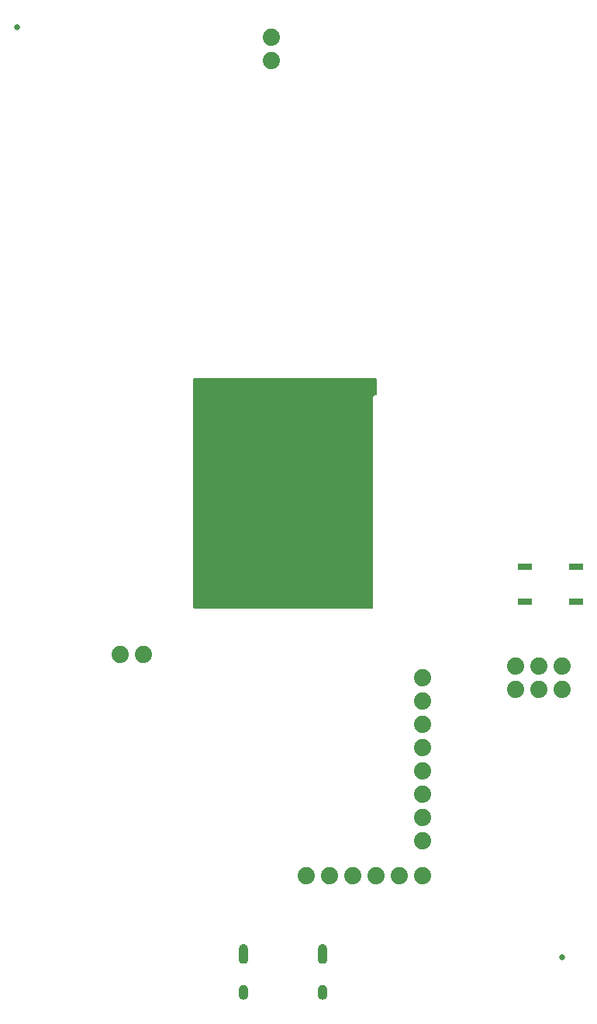
<source format=gbl>
G04 EAGLE Gerber RS-274X export*
G75*
%MOMM*%
%FSLAX34Y34*%
%LPD*%
%INBottom Copper*%
%IPPOS*%
%AMOC8*
5,1,8,0,0,1.08239X$1,22.5*%
G01*
%ADD10C,0.635000*%
%ADD11C,0.704800*%
%ADD12C,1.879600*%
%ADD13R,1.524000X0.762000*%

G36*
X453156Y431042D02*
X453156Y431042D01*
X453175Y431040D01*
X453277Y431062D01*
X453379Y431079D01*
X453396Y431088D01*
X453416Y431092D01*
X453505Y431145D01*
X453596Y431194D01*
X453610Y431208D01*
X453627Y431218D01*
X453694Y431297D01*
X453766Y431372D01*
X453774Y431390D01*
X453787Y431405D01*
X453826Y431501D01*
X453869Y431595D01*
X453871Y431615D01*
X453879Y431633D01*
X453897Y431800D01*
X453897Y661768D01*
X455832Y663703D01*
X457200Y663703D01*
X457220Y663706D01*
X457239Y663704D01*
X457341Y663726D01*
X457443Y663742D01*
X457460Y663752D01*
X457480Y663756D01*
X457569Y663809D01*
X457660Y663858D01*
X457674Y663872D01*
X457691Y663882D01*
X457758Y663961D01*
X457830Y664036D01*
X457838Y664054D01*
X457851Y664069D01*
X457890Y664165D01*
X457933Y664259D01*
X457935Y664279D01*
X457943Y664297D01*
X457961Y664464D01*
X457961Y681300D01*
X457958Y681320D01*
X457960Y681339D01*
X457938Y681441D01*
X457922Y681543D01*
X457912Y681560D01*
X457908Y681580D01*
X457855Y681669D01*
X457806Y681760D01*
X457792Y681774D01*
X457782Y681791D01*
X457703Y681858D01*
X457628Y681930D01*
X457610Y681938D01*
X457595Y681951D01*
X457499Y681990D01*
X457405Y682033D01*
X457385Y682035D01*
X457367Y682043D01*
X457200Y682061D01*
X258500Y682061D01*
X258480Y682058D01*
X258461Y682060D01*
X258359Y682038D01*
X258257Y682022D01*
X258240Y682012D01*
X258220Y682008D01*
X258131Y681955D01*
X258040Y681906D01*
X258026Y681892D01*
X258009Y681882D01*
X257942Y681803D01*
X257871Y681728D01*
X257862Y681710D01*
X257849Y681695D01*
X257810Y681599D01*
X257767Y681505D01*
X257765Y681485D01*
X257757Y681467D01*
X257739Y681300D01*
X257739Y431800D01*
X257742Y431780D01*
X257740Y431761D01*
X257762Y431659D01*
X257779Y431557D01*
X257788Y431540D01*
X257792Y431520D01*
X257845Y431431D01*
X257894Y431340D01*
X257908Y431326D01*
X257918Y431309D01*
X257997Y431242D01*
X258072Y431171D01*
X258090Y431162D01*
X258105Y431149D01*
X258201Y431110D01*
X258295Y431067D01*
X258315Y431065D01*
X258333Y431057D01*
X258500Y431039D01*
X453136Y431039D01*
X453156Y431042D01*
G37*
G36*
X399898Y43926D02*
X399898Y43926D01*
X399904Y43932D01*
X399909Y43929D01*
X400966Y44299D01*
X400970Y44306D01*
X400976Y44303D01*
X401924Y44899D01*
X401927Y44907D01*
X401932Y44906D01*
X402724Y45698D01*
X402725Y45706D01*
X402731Y45706D01*
X403327Y46654D01*
X403326Y46663D01*
X403331Y46664D01*
X403701Y47721D01*
X403700Y47725D01*
X403702Y47727D01*
X403700Y47730D01*
X403704Y47732D01*
X403829Y48845D01*
X403827Y48848D01*
X403829Y48850D01*
X403829Y59850D01*
X403827Y59853D01*
X403829Y59856D01*
X403704Y60968D01*
X403698Y60974D01*
X403701Y60979D01*
X403331Y62036D01*
X403325Y62040D01*
X403327Y62046D01*
X402731Y62994D01*
X402723Y62997D01*
X402724Y63002D01*
X401932Y63794D01*
X401924Y63795D01*
X401924Y63801D01*
X400976Y64397D01*
X400967Y64396D01*
X400966Y64401D01*
X399909Y64771D01*
X399901Y64769D01*
X399898Y64774D01*
X398786Y64899D01*
X398778Y64895D01*
X398775Y64899D01*
X397662Y64774D01*
X397656Y64768D01*
X397651Y64771D01*
X396594Y64401D01*
X396590Y64395D01*
X396584Y64397D01*
X395636Y63801D01*
X395633Y63793D01*
X395628Y63794D01*
X394836Y63002D01*
X394835Y62994D01*
X394829Y62994D01*
X394233Y62046D01*
X394234Y62039D01*
X394230Y62037D01*
X394230Y62036D01*
X394229Y62036D01*
X393859Y60979D01*
X393861Y60971D01*
X393856Y60968D01*
X393731Y59856D01*
X393733Y59852D01*
X393731Y59850D01*
X393731Y48850D01*
X393733Y48847D01*
X393731Y48845D01*
X393856Y47732D01*
X393862Y47726D01*
X393859Y47721D01*
X394229Y46664D01*
X394236Y46660D01*
X394233Y46654D01*
X394829Y45706D01*
X394837Y45703D01*
X394836Y45698D01*
X395628Y44906D01*
X395636Y44905D01*
X395636Y44899D01*
X396584Y44303D01*
X396593Y44304D01*
X396594Y44299D01*
X397651Y43929D01*
X397659Y43931D01*
X397662Y43926D01*
X398775Y43801D01*
X398782Y43805D01*
X398786Y43801D01*
X399898Y43926D01*
G37*
G36*
X313538Y43926D02*
X313538Y43926D01*
X313544Y43932D01*
X313549Y43929D01*
X314606Y44299D01*
X314610Y44306D01*
X314616Y44303D01*
X315564Y44899D01*
X315567Y44907D01*
X315572Y44906D01*
X316364Y45698D01*
X316365Y45706D01*
X316371Y45706D01*
X316967Y46654D01*
X316966Y46663D01*
X316971Y46664D01*
X317341Y47721D01*
X317340Y47725D01*
X317342Y47727D01*
X317340Y47730D01*
X317344Y47732D01*
X317469Y48845D01*
X317467Y48848D01*
X317469Y48850D01*
X317469Y59850D01*
X317467Y59853D01*
X317469Y59856D01*
X317344Y60968D01*
X317338Y60974D01*
X317341Y60979D01*
X316971Y62036D01*
X316965Y62040D01*
X316967Y62046D01*
X316371Y62994D01*
X316363Y62997D01*
X316364Y63002D01*
X315572Y63794D01*
X315564Y63795D01*
X315564Y63801D01*
X314616Y64397D01*
X314607Y64396D01*
X314606Y64401D01*
X313549Y64771D01*
X313541Y64769D01*
X313538Y64774D01*
X312426Y64899D01*
X312418Y64895D01*
X312415Y64899D01*
X311302Y64774D01*
X311296Y64768D01*
X311291Y64771D01*
X310234Y64401D01*
X310230Y64395D01*
X310224Y64397D01*
X309276Y63801D01*
X309273Y63793D01*
X309268Y63794D01*
X308476Y63002D01*
X308475Y62994D01*
X308469Y62994D01*
X307873Y62046D01*
X307874Y62039D01*
X307870Y62037D01*
X307870Y62036D01*
X307869Y62036D01*
X307499Y60979D01*
X307501Y60971D01*
X307496Y60968D01*
X307371Y59856D01*
X307373Y59852D01*
X307371Y59850D01*
X307371Y48850D01*
X307373Y48847D01*
X307371Y48845D01*
X307496Y47732D01*
X307502Y47726D01*
X307499Y47721D01*
X307869Y46664D01*
X307876Y46660D01*
X307873Y46654D01*
X308469Y45706D01*
X308477Y45703D01*
X308476Y45698D01*
X309268Y44906D01*
X309276Y44905D01*
X309276Y44899D01*
X310224Y44303D01*
X310233Y44304D01*
X310234Y44299D01*
X311291Y43929D01*
X311299Y43931D01*
X311302Y43926D01*
X312415Y43801D01*
X312422Y43805D01*
X312426Y43801D01*
X313538Y43926D01*
G37*
G36*
X313538Y4626D02*
X313538Y4626D01*
X313544Y4632D01*
X313549Y4629D01*
X314606Y4999D01*
X314610Y5006D01*
X314616Y5003D01*
X315564Y5599D01*
X315567Y5607D01*
X315572Y5606D01*
X316364Y6398D01*
X316365Y6406D01*
X316371Y6406D01*
X316967Y7354D01*
X316966Y7363D01*
X316971Y7364D01*
X317341Y8421D01*
X317340Y8425D01*
X317342Y8427D01*
X317340Y8430D01*
X317344Y8432D01*
X317469Y9545D01*
X317467Y9548D01*
X317469Y9550D01*
X317469Y15550D01*
X317467Y15553D01*
X317469Y15556D01*
X317344Y16668D01*
X317338Y16674D01*
X317341Y16679D01*
X316971Y17736D01*
X316965Y17740D01*
X316967Y17746D01*
X316371Y18694D01*
X316363Y18697D01*
X316364Y18702D01*
X315572Y19494D01*
X315564Y19495D01*
X315564Y19501D01*
X314616Y20097D01*
X314607Y20096D01*
X314606Y20101D01*
X313549Y20471D01*
X313541Y20469D01*
X313538Y20474D01*
X312426Y20599D01*
X312418Y20595D01*
X312415Y20599D01*
X311302Y20474D01*
X311296Y20468D01*
X311291Y20471D01*
X310234Y20101D01*
X310230Y20095D01*
X310224Y20097D01*
X309276Y19501D01*
X309273Y19493D01*
X309268Y19494D01*
X308476Y18702D01*
X308475Y18694D01*
X308469Y18694D01*
X307873Y17746D01*
X307874Y17737D01*
X307869Y17736D01*
X307499Y16679D01*
X307501Y16671D01*
X307496Y16668D01*
X307371Y15556D01*
X307373Y15552D01*
X307371Y15550D01*
X307371Y9550D01*
X307373Y9547D01*
X307371Y9545D01*
X307496Y8432D01*
X307502Y8426D01*
X307499Y8421D01*
X307869Y7364D01*
X307876Y7360D01*
X307873Y7354D01*
X308469Y6406D01*
X308477Y6403D01*
X308476Y6398D01*
X309268Y5606D01*
X309276Y5605D01*
X309276Y5599D01*
X310224Y5003D01*
X310233Y5004D01*
X310234Y4999D01*
X311291Y4629D01*
X311299Y4631D01*
X311302Y4626D01*
X312415Y4501D01*
X312422Y4505D01*
X312426Y4501D01*
X313538Y4626D01*
G37*
G36*
X399898Y4626D02*
X399898Y4626D01*
X399904Y4632D01*
X399909Y4629D01*
X400966Y4999D01*
X400970Y5006D01*
X400976Y5003D01*
X401924Y5599D01*
X401927Y5607D01*
X401932Y5606D01*
X402724Y6398D01*
X402725Y6406D01*
X402731Y6406D01*
X403327Y7354D01*
X403326Y7363D01*
X403331Y7364D01*
X403701Y8421D01*
X403700Y8425D01*
X403702Y8427D01*
X403700Y8430D01*
X403704Y8432D01*
X403829Y9545D01*
X403827Y9548D01*
X403829Y9550D01*
X403829Y15550D01*
X403827Y15553D01*
X403829Y15556D01*
X403704Y16668D01*
X403698Y16674D01*
X403701Y16679D01*
X403331Y17736D01*
X403325Y17740D01*
X403327Y17746D01*
X402731Y18694D01*
X402723Y18697D01*
X402724Y18702D01*
X401932Y19494D01*
X401924Y19495D01*
X401924Y19501D01*
X400976Y20097D01*
X400967Y20096D01*
X400966Y20101D01*
X399909Y20471D01*
X399901Y20469D01*
X399898Y20474D01*
X398786Y20599D01*
X398778Y20595D01*
X398775Y20599D01*
X397662Y20474D01*
X397656Y20468D01*
X397651Y20471D01*
X396594Y20101D01*
X396590Y20095D01*
X396584Y20097D01*
X395636Y19501D01*
X395633Y19493D01*
X395628Y19494D01*
X394836Y18702D01*
X394835Y18694D01*
X394829Y18694D01*
X394233Y17746D01*
X394234Y17737D01*
X394229Y17736D01*
X393859Y16679D01*
X393861Y16671D01*
X393856Y16668D01*
X393731Y15556D01*
X393733Y15552D01*
X393731Y15550D01*
X393731Y9550D01*
X393733Y9547D01*
X393731Y9545D01*
X393856Y8432D01*
X393862Y8426D01*
X393859Y8421D01*
X394229Y7364D01*
X394236Y7360D01*
X394233Y7354D01*
X394829Y6406D01*
X394837Y6403D01*
X394836Y6398D01*
X395628Y5606D01*
X395636Y5605D01*
X395636Y5599D01*
X396584Y5003D01*
X396593Y5004D01*
X396594Y4999D01*
X397651Y4629D01*
X397659Y4631D01*
X397662Y4626D01*
X398775Y4501D01*
X398782Y4505D01*
X398786Y4501D01*
X399898Y4626D01*
G37*
D10*
X660400Y50800D03*
X65300Y1065000D03*
D11*
X312420Y16074D02*
X312420Y9026D01*
X398780Y9026D02*
X398780Y16074D01*
X398780Y50826D02*
X398780Y57874D01*
X312420Y57874D02*
X312420Y50826D01*
D12*
X609600Y342900D03*
X609600Y368300D03*
X635000Y342900D03*
X635000Y368300D03*
X660400Y342900D03*
X660400Y368300D03*
D13*
X675640Y476250D03*
X619760Y476250D03*
X675640Y438150D03*
X619760Y438150D03*
D12*
X381000Y139700D03*
X406400Y139700D03*
X431800Y139700D03*
X457200Y139700D03*
X482600Y139700D03*
X508000Y139700D03*
X342900Y1054100D03*
X342900Y1028700D03*
X203200Y381000D03*
X177800Y381000D03*
X508000Y177800D03*
X508000Y203200D03*
X508000Y228600D03*
X508000Y254000D03*
X508000Y279400D03*
X508000Y304800D03*
X508000Y330200D03*
X508000Y355600D03*
M02*

</source>
